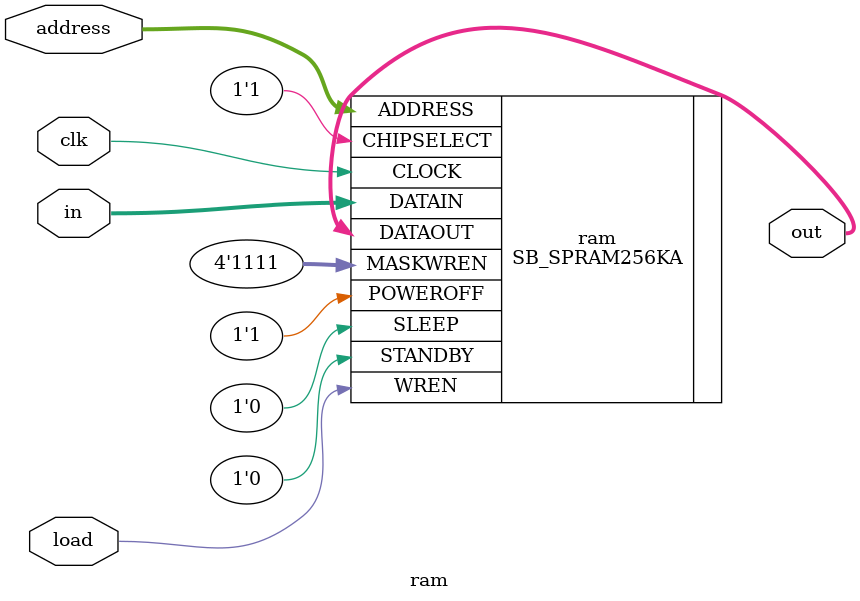
<source format=v>
`default_nettype none
`timescale 1ns / 1ps

module ram (
  input clk,
  input load,
  input [13:0] address,
  input [15:0] in,
  output [15:0] out
);

SB_SPRAM256KA ram (
  .CLOCK(clk),
  .CHIPSELECT(1'b1),
  .ADDRESS(address),
  .WREN(load),
  .MASKWREN(4'b1111),
  .DATAIN(in),
  .STANDBY(1'b0),
  .SLEEP(1'b0),
  .POWEROFF(1'b1),
  .DATAOUT(out)
);

endmodule

</source>
